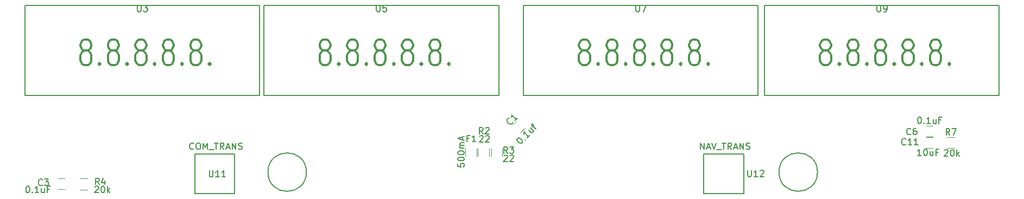
<source format=gbr>
G04 #@! TF.FileFunction,Legend,Top*
%FSLAX46Y46*%
G04 Gerber Fmt 4.6, Leading zero omitted, Abs format (unit mm)*
G04 Created by KiCad (PCBNEW 4.0.4+e1-6308~48~ubuntu14.04.1-stable) date Mon Nov 27 13:47:36 2017*
%MOMM*%
%LPD*%
G01*
G04 APERTURE LIST*
%ADD10C,0.100000*%
%ADD11C,0.120000*%
%ADD12C,0.150000*%
%ADD13C,0.300000*%
G04 APERTURE END LIST*
D10*
D11*
X176752513Y-118695406D02*
X176045406Y-119402513D01*
X177247487Y-120604594D02*
X177954594Y-119897487D01*
X105200000Y-129500000D02*
X106200000Y-129500000D01*
X106200000Y-127800000D02*
X105200000Y-127800000D01*
X240600000Y-121250000D02*
X241600000Y-121250000D01*
X241600000Y-119550000D02*
X240600000Y-119550000D01*
X170670000Y-124350000D02*
X170670000Y-123150000D01*
X172430000Y-123150000D02*
X172430000Y-124350000D01*
X172720000Y-124350000D02*
X172720000Y-123150000D01*
X174480000Y-123150000D02*
X174480000Y-124350000D01*
X109750000Y-129530000D02*
X108550000Y-129530000D01*
X108550000Y-127770000D02*
X109750000Y-127770000D01*
X245000000Y-123080000D02*
X243800000Y-123080000D01*
X243800000Y-121320000D02*
X245000000Y-121320000D01*
X240600000Y-123050000D02*
X241600000Y-123050000D01*
X241600000Y-121350000D02*
X240600000Y-121350000D01*
X170430000Y-123150000D02*
X170430000Y-124350000D01*
X168670000Y-124350000D02*
X168670000Y-123150000D01*
D12*
X143900000Y-126800000D02*
G75*
G03X143900000Y-126800000I-3000000J0D01*
G01*
X223600000Y-126800000D02*
G75*
G03X223600000Y-126800000I-3000000J0D01*
G01*
X205875000Y-123985000D02*
X212075000Y-123985000D01*
X212075000Y-123985000D02*
X212075000Y-130185000D01*
X212075000Y-130185000D02*
X205875000Y-130185000D01*
X205875000Y-130185000D02*
X205875000Y-123985000D01*
X126500000Y-123985000D02*
X132700000Y-123985000D01*
X132700000Y-123985000D02*
X132700000Y-130185000D01*
X132700000Y-130185000D02*
X126500000Y-130185000D01*
X126500000Y-130185000D02*
X126500000Y-123985000D01*
X100000000Y-100800000D02*
X100000000Y-114800000D01*
X100000000Y-114800000D02*
X136600000Y-114800000D01*
X136600000Y-114800000D02*
X136600000Y-100800000D01*
X136600000Y-100800000D02*
X100000000Y-100800000D01*
X137300000Y-100800000D02*
X137300000Y-114800000D01*
X137300000Y-114800000D02*
X173900000Y-114800000D01*
X173900000Y-114800000D02*
X173900000Y-100800000D01*
X173900000Y-100800000D02*
X137300000Y-100800000D01*
X177750000Y-100800000D02*
X177750000Y-114800000D01*
X177750000Y-114800000D02*
X214350000Y-114800000D01*
X214350000Y-114800000D02*
X214350000Y-100800000D01*
X214350000Y-100800000D02*
X177750000Y-100800000D01*
X215350000Y-100800000D02*
X215350000Y-114800000D01*
X215350000Y-114800000D02*
X251950000Y-114800000D01*
X251950000Y-114800000D02*
X251950000Y-100800000D01*
X251950000Y-100800000D02*
X215350000Y-100800000D01*
X176074028Y-118959729D02*
X176074028Y-119027072D01*
X176006684Y-119161759D01*
X175939341Y-119229103D01*
X175804653Y-119296447D01*
X175669966Y-119296447D01*
X175568951Y-119262775D01*
X175400593Y-119161760D01*
X175299577Y-119060744D01*
X175198562Y-118892385D01*
X175164890Y-118791370D01*
X175164890Y-118656683D01*
X175232234Y-118521996D01*
X175299577Y-118454652D01*
X175434264Y-118387309D01*
X175501608Y-118387309D01*
X176814806Y-118353637D02*
X176410745Y-118757699D01*
X176612775Y-118555668D02*
X175905668Y-117848562D01*
X175939340Y-118016920D01*
X175939340Y-118151607D01*
X175905668Y-118252622D01*
X176789552Y-121560872D02*
X176856896Y-121493528D01*
X176957911Y-121459856D01*
X177025254Y-121459856D01*
X177126270Y-121493528D01*
X177294628Y-121594543D01*
X177462987Y-121762902D01*
X177564003Y-121931261D01*
X177597674Y-122032276D01*
X177597674Y-122099620D01*
X177564003Y-122200635D01*
X177496659Y-122267979D01*
X177395643Y-122301651D01*
X177328300Y-122301651D01*
X177227285Y-122267979D01*
X177058926Y-122166964D01*
X176890567Y-121998604D01*
X176789552Y-121830246D01*
X176755880Y-121729231D01*
X176755880Y-121661887D01*
X176789552Y-121560872D01*
X177968063Y-121661887D02*
X178035407Y-121661887D01*
X178035407Y-121729231D01*
X177968063Y-121729231D01*
X177968063Y-121661887D01*
X178035407Y-121729231D01*
X178742513Y-121022124D02*
X178338452Y-121426185D01*
X178540482Y-121224155D02*
X177833376Y-120517048D01*
X177867047Y-120685407D01*
X177867047Y-120820094D01*
X177833376Y-120921109D01*
X178877200Y-119944627D02*
X179348605Y-120416032D01*
X178574154Y-120247674D02*
X178944544Y-120618063D01*
X179045559Y-120651735D01*
X179146574Y-120618063D01*
X179247590Y-120517047D01*
X179281262Y-120416032D01*
X179281262Y-120348689D01*
X179112902Y-119708925D02*
X179382276Y-119439552D01*
X179685322Y-120079315D02*
X179079231Y-119473223D01*
X179045559Y-119372208D01*
X179079231Y-119271193D01*
X179146574Y-119203850D01*
X102733334Y-128807143D02*
X102685715Y-128854762D01*
X102542858Y-128902381D01*
X102447620Y-128902381D01*
X102304762Y-128854762D01*
X102209524Y-128759524D01*
X102161905Y-128664286D01*
X102114286Y-128473810D01*
X102114286Y-128330952D01*
X102161905Y-128140476D01*
X102209524Y-128045238D01*
X102304762Y-127950000D01*
X102447620Y-127902381D01*
X102542858Y-127902381D01*
X102685715Y-127950000D01*
X102733334Y-127997619D01*
X103066667Y-127902381D02*
X103685715Y-127902381D01*
X103352381Y-128283333D01*
X103495239Y-128283333D01*
X103590477Y-128330952D01*
X103638096Y-128378571D01*
X103685715Y-128473810D01*
X103685715Y-128711905D01*
X103638096Y-128807143D01*
X103590477Y-128854762D01*
X103495239Y-128902381D01*
X103209524Y-128902381D01*
X103114286Y-128854762D01*
X103066667Y-128807143D01*
X100407143Y-129002381D02*
X100502382Y-129002381D01*
X100597620Y-129050000D01*
X100645239Y-129097619D01*
X100692858Y-129192857D01*
X100740477Y-129383333D01*
X100740477Y-129621429D01*
X100692858Y-129811905D01*
X100645239Y-129907143D01*
X100597620Y-129954762D01*
X100502382Y-130002381D01*
X100407143Y-130002381D01*
X100311905Y-129954762D01*
X100264286Y-129907143D01*
X100216667Y-129811905D01*
X100169048Y-129621429D01*
X100169048Y-129383333D01*
X100216667Y-129192857D01*
X100264286Y-129097619D01*
X100311905Y-129050000D01*
X100407143Y-129002381D01*
X101169048Y-129907143D02*
X101216667Y-129954762D01*
X101169048Y-130002381D01*
X101121429Y-129954762D01*
X101169048Y-129907143D01*
X101169048Y-130002381D01*
X102169048Y-130002381D02*
X101597619Y-130002381D01*
X101883333Y-130002381D02*
X101883333Y-129002381D01*
X101788095Y-129145238D01*
X101692857Y-129240476D01*
X101597619Y-129288095D01*
X103026191Y-129335714D02*
X103026191Y-130002381D01*
X102597619Y-129335714D02*
X102597619Y-129859524D01*
X102645238Y-129954762D01*
X102740476Y-130002381D01*
X102883334Y-130002381D01*
X102978572Y-129954762D01*
X103026191Y-129907143D01*
X103835715Y-129478571D02*
X103502381Y-129478571D01*
X103502381Y-130002381D02*
X103502381Y-129002381D01*
X103978572Y-129002381D01*
X238133334Y-120857143D02*
X238085715Y-120904762D01*
X237942858Y-120952381D01*
X237847620Y-120952381D01*
X237704762Y-120904762D01*
X237609524Y-120809524D01*
X237561905Y-120714286D01*
X237514286Y-120523810D01*
X237514286Y-120380952D01*
X237561905Y-120190476D01*
X237609524Y-120095238D01*
X237704762Y-120000000D01*
X237847620Y-119952381D01*
X237942858Y-119952381D01*
X238085715Y-120000000D01*
X238133334Y-120047619D01*
X238990477Y-119952381D02*
X238800000Y-119952381D01*
X238704762Y-120000000D01*
X238657143Y-120047619D01*
X238561905Y-120190476D01*
X238514286Y-120380952D01*
X238514286Y-120761905D01*
X238561905Y-120857143D01*
X238609524Y-120904762D01*
X238704762Y-120952381D01*
X238895239Y-120952381D01*
X238990477Y-120904762D01*
X239038096Y-120857143D01*
X239085715Y-120761905D01*
X239085715Y-120523810D01*
X239038096Y-120428571D01*
X238990477Y-120380952D01*
X238895239Y-120333333D01*
X238704762Y-120333333D01*
X238609524Y-120380952D01*
X238561905Y-120428571D01*
X238514286Y-120523810D01*
X239457143Y-118202381D02*
X239552382Y-118202381D01*
X239647620Y-118250000D01*
X239695239Y-118297619D01*
X239742858Y-118392857D01*
X239790477Y-118583333D01*
X239790477Y-118821429D01*
X239742858Y-119011905D01*
X239695239Y-119107143D01*
X239647620Y-119154762D01*
X239552382Y-119202381D01*
X239457143Y-119202381D01*
X239361905Y-119154762D01*
X239314286Y-119107143D01*
X239266667Y-119011905D01*
X239219048Y-118821429D01*
X239219048Y-118583333D01*
X239266667Y-118392857D01*
X239314286Y-118297619D01*
X239361905Y-118250000D01*
X239457143Y-118202381D01*
X240219048Y-119107143D02*
X240266667Y-119154762D01*
X240219048Y-119202381D01*
X240171429Y-119154762D01*
X240219048Y-119107143D01*
X240219048Y-119202381D01*
X241219048Y-119202381D02*
X240647619Y-119202381D01*
X240933333Y-119202381D02*
X240933333Y-118202381D01*
X240838095Y-118345238D01*
X240742857Y-118440476D01*
X240647619Y-118488095D01*
X242076191Y-118535714D02*
X242076191Y-119202381D01*
X241647619Y-118535714D02*
X241647619Y-119059524D01*
X241695238Y-119154762D01*
X241790476Y-119202381D01*
X241933334Y-119202381D01*
X242028572Y-119154762D01*
X242076191Y-119107143D01*
X242885715Y-118678571D02*
X242552381Y-118678571D01*
X242552381Y-119202381D02*
X242552381Y-118202381D01*
X243028572Y-118202381D01*
X171433334Y-120852381D02*
X171100000Y-120376190D01*
X170861905Y-120852381D02*
X170861905Y-119852381D01*
X171242858Y-119852381D01*
X171338096Y-119900000D01*
X171385715Y-119947619D01*
X171433334Y-120042857D01*
X171433334Y-120185714D01*
X171385715Y-120280952D01*
X171338096Y-120328571D01*
X171242858Y-120376190D01*
X170861905Y-120376190D01*
X171814286Y-119947619D02*
X171861905Y-119900000D01*
X171957143Y-119852381D01*
X172195239Y-119852381D01*
X172290477Y-119900000D01*
X172338096Y-119947619D01*
X172385715Y-120042857D01*
X172385715Y-120138095D01*
X172338096Y-120280952D01*
X171766667Y-120852381D01*
X172385715Y-120852381D01*
X170888095Y-121197619D02*
X170935714Y-121150000D01*
X171030952Y-121102381D01*
X171269048Y-121102381D01*
X171364286Y-121150000D01*
X171411905Y-121197619D01*
X171459524Y-121292857D01*
X171459524Y-121388095D01*
X171411905Y-121530952D01*
X170840476Y-122102381D01*
X171459524Y-122102381D01*
X171840476Y-121197619D02*
X171888095Y-121150000D01*
X171983333Y-121102381D01*
X172221429Y-121102381D01*
X172316667Y-121150000D01*
X172364286Y-121197619D01*
X172411905Y-121292857D01*
X172411905Y-121388095D01*
X172364286Y-121530952D01*
X171792857Y-122102381D01*
X172411905Y-122102381D01*
X175283334Y-123852381D02*
X174950000Y-123376190D01*
X174711905Y-123852381D02*
X174711905Y-122852381D01*
X175092858Y-122852381D01*
X175188096Y-122900000D01*
X175235715Y-122947619D01*
X175283334Y-123042857D01*
X175283334Y-123185714D01*
X175235715Y-123280952D01*
X175188096Y-123328571D01*
X175092858Y-123376190D01*
X174711905Y-123376190D01*
X175616667Y-122852381D02*
X176235715Y-122852381D01*
X175902381Y-123233333D01*
X176045239Y-123233333D01*
X176140477Y-123280952D01*
X176188096Y-123328571D01*
X176235715Y-123423810D01*
X176235715Y-123661905D01*
X176188096Y-123757143D01*
X176140477Y-123804762D01*
X176045239Y-123852381D01*
X175759524Y-123852381D01*
X175664286Y-123804762D01*
X175616667Y-123757143D01*
X174688095Y-124247619D02*
X174735714Y-124200000D01*
X174830952Y-124152381D01*
X175069048Y-124152381D01*
X175164286Y-124200000D01*
X175211905Y-124247619D01*
X175259524Y-124342857D01*
X175259524Y-124438095D01*
X175211905Y-124580952D01*
X174640476Y-125152381D01*
X175259524Y-125152381D01*
X175640476Y-124247619D02*
X175688095Y-124200000D01*
X175783333Y-124152381D01*
X176021429Y-124152381D01*
X176116667Y-124200000D01*
X176164286Y-124247619D01*
X176211905Y-124342857D01*
X176211905Y-124438095D01*
X176164286Y-124580952D01*
X175592857Y-125152381D01*
X176211905Y-125152381D01*
X111583334Y-128752381D02*
X111250000Y-128276190D01*
X111011905Y-128752381D02*
X111011905Y-127752381D01*
X111392858Y-127752381D01*
X111488096Y-127800000D01*
X111535715Y-127847619D01*
X111583334Y-127942857D01*
X111583334Y-128085714D01*
X111535715Y-128180952D01*
X111488096Y-128228571D01*
X111392858Y-128276190D01*
X111011905Y-128276190D01*
X112440477Y-128085714D02*
X112440477Y-128752381D01*
X112202381Y-127704762D02*
X111964286Y-128419048D01*
X112583334Y-128419048D01*
X110933333Y-129097619D02*
X110980952Y-129050000D01*
X111076190Y-129002381D01*
X111314286Y-129002381D01*
X111409524Y-129050000D01*
X111457143Y-129097619D01*
X111504762Y-129192857D01*
X111504762Y-129288095D01*
X111457143Y-129430952D01*
X110885714Y-130002381D01*
X111504762Y-130002381D01*
X112123809Y-129002381D02*
X112219048Y-129002381D01*
X112314286Y-129050000D01*
X112361905Y-129097619D01*
X112409524Y-129192857D01*
X112457143Y-129383333D01*
X112457143Y-129621429D01*
X112409524Y-129811905D01*
X112361905Y-129907143D01*
X112314286Y-129954762D01*
X112219048Y-130002381D01*
X112123809Y-130002381D01*
X112028571Y-129954762D01*
X111980952Y-129907143D01*
X111933333Y-129811905D01*
X111885714Y-129621429D01*
X111885714Y-129383333D01*
X111933333Y-129192857D01*
X111980952Y-129097619D01*
X112028571Y-129050000D01*
X112123809Y-129002381D01*
X112885714Y-130002381D02*
X112885714Y-129002381D01*
X112980952Y-129621429D02*
X113266667Y-130002381D01*
X113266667Y-129335714D02*
X112885714Y-129716667D01*
X244233334Y-121002381D02*
X243900000Y-120526190D01*
X243661905Y-121002381D02*
X243661905Y-120002381D01*
X244042858Y-120002381D01*
X244138096Y-120050000D01*
X244185715Y-120097619D01*
X244233334Y-120192857D01*
X244233334Y-120335714D01*
X244185715Y-120430952D01*
X244138096Y-120478571D01*
X244042858Y-120526190D01*
X243661905Y-120526190D01*
X244566667Y-120002381D02*
X245233334Y-120002381D01*
X244804762Y-121002381D01*
X243383333Y-123397619D02*
X243430952Y-123350000D01*
X243526190Y-123302381D01*
X243764286Y-123302381D01*
X243859524Y-123350000D01*
X243907143Y-123397619D01*
X243954762Y-123492857D01*
X243954762Y-123588095D01*
X243907143Y-123730952D01*
X243335714Y-124302381D01*
X243954762Y-124302381D01*
X244573809Y-123302381D02*
X244669048Y-123302381D01*
X244764286Y-123350000D01*
X244811905Y-123397619D01*
X244859524Y-123492857D01*
X244907143Y-123683333D01*
X244907143Y-123921429D01*
X244859524Y-124111905D01*
X244811905Y-124207143D01*
X244764286Y-124254762D01*
X244669048Y-124302381D01*
X244573809Y-124302381D01*
X244478571Y-124254762D01*
X244430952Y-124207143D01*
X244383333Y-124111905D01*
X244335714Y-123921429D01*
X244335714Y-123683333D01*
X244383333Y-123492857D01*
X244430952Y-123397619D01*
X244478571Y-123350000D01*
X244573809Y-123302381D01*
X245335714Y-124302381D02*
X245335714Y-123302381D01*
X245430952Y-123921429D02*
X245716667Y-124302381D01*
X245716667Y-123635714D02*
X245335714Y-124016667D01*
X237357143Y-122457143D02*
X237309524Y-122504762D01*
X237166667Y-122552381D01*
X237071429Y-122552381D01*
X236928571Y-122504762D01*
X236833333Y-122409524D01*
X236785714Y-122314286D01*
X236738095Y-122123810D01*
X236738095Y-121980952D01*
X236785714Y-121790476D01*
X236833333Y-121695238D01*
X236928571Y-121600000D01*
X237071429Y-121552381D01*
X237166667Y-121552381D01*
X237309524Y-121600000D01*
X237357143Y-121647619D01*
X238309524Y-122552381D02*
X237738095Y-122552381D01*
X238023809Y-122552381D02*
X238023809Y-121552381D01*
X237928571Y-121695238D01*
X237833333Y-121790476D01*
X237738095Y-121838095D01*
X239261905Y-122552381D02*
X238690476Y-122552381D01*
X238976190Y-122552381D02*
X238976190Y-121552381D01*
X238880952Y-121695238D01*
X238785714Y-121790476D01*
X238690476Y-121838095D01*
X239778572Y-124202381D02*
X239207143Y-124202381D01*
X239492857Y-124202381D02*
X239492857Y-123202381D01*
X239397619Y-123345238D01*
X239302381Y-123440476D01*
X239207143Y-123488095D01*
X240397619Y-123202381D02*
X240492858Y-123202381D01*
X240588096Y-123250000D01*
X240635715Y-123297619D01*
X240683334Y-123392857D01*
X240730953Y-123583333D01*
X240730953Y-123821429D01*
X240683334Y-124011905D01*
X240635715Y-124107143D01*
X240588096Y-124154762D01*
X240492858Y-124202381D01*
X240397619Y-124202381D01*
X240302381Y-124154762D01*
X240254762Y-124107143D01*
X240207143Y-124011905D01*
X240159524Y-123821429D01*
X240159524Y-123583333D01*
X240207143Y-123392857D01*
X240254762Y-123297619D01*
X240302381Y-123250000D01*
X240397619Y-123202381D01*
X241588096Y-123535714D02*
X241588096Y-124202381D01*
X241159524Y-123535714D02*
X241159524Y-124059524D01*
X241207143Y-124154762D01*
X241302381Y-124202381D01*
X241445239Y-124202381D01*
X241540477Y-124154762D01*
X241588096Y-124107143D01*
X242397620Y-123678571D02*
X242064286Y-123678571D01*
X242064286Y-124202381D02*
X242064286Y-123202381D01*
X242540477Y-123202381D01*
X169266667Y-121528571D02*
X168933333Y-121528571D01*
X168933333Y-122052381D02*
X168933333Y-121052381D01*
X169409524Y-121052381D01*
X170314286Y-122052381D02*
X169742857Y-122052381D01*
X170028571Y-122052381D02*
X170028571Y-121052381D01*
X169933333Y-121195238D01*
X169838095Y-121290476D01*
X169742857Y-121338095D01*
X167502381Y-125459523D02*
X167502381Y-125935714D01*
X167978571Y-125983333D01*
X167930952Y-125935714D01*
X167883333Y-125840476D01*
X167883333Y-125602380D01*
X167930952Y-125507142D01*
X167978571Y-125459523D01*
X168073810Y-125411904D01*
X168311905Y-125411904D01*
X168407143Y-125459523D01*
X168454762Y-125507142D01*
X168502381Y-125602380D01*
X168502381Y-125840476D01*
X168454762Y-125935714D01*
X168407143Y-125983333D01*
X167502381Y-124792857D02*
X167502381Y-124697618D01*
X167550000Y-124602380D01*
X167597619Y-124554761D01*
X167692857Y-124507142D01*
X167883333Y-124459523D01*
X168121429Y-124459523D01*
X168311905Y-124507142D01*
X168407143Y-124554761D01*
X168454762Y-124602380D01*
X168502381Y-124697618D01*
X168502381Y-124792857D01*
X168454762Y-124888095D01*
X168407143Y-124935714D01*
X168311905Y-124983333D01*
X168121429Y-125030952D01*
X167883333Y-125030952D01*
X167692857Y-124983333D01*
X167597619Y-124935714D01*
X167550000Y-124888095D01*
X167502381Y-124792857D01*
X167502381Y-123840476D02*
X167502381Y-123745237D01*
X167550000Y-123649999D01*
X167597619Y-123602380D01*
X167692857Y-123554761D01*
X167883333Y-123507142D01*
X168121429Y-123507142D01*
X168311905Y-123554761D01*
X168407143Y-123602380D01*
X168454762Y-123649999D01*
X168502381Y-123745237D01*
X168502381Y-123840476D01*
X168454762Y-123935714D01*
X168407143Y-123983333D01*
X168311905Y-124030952D01*
X168121429Y-124078571D01*
X167883333Y-124078571D01*
X167692857Y-124030952D01*
X167597619Y-123983333D01*
X167550000Y-123935714D01*
X167502381Y-123840476D01*
X168502381Y-123078571D02*
X167835714Y-123078571D01*
X167930952Y-123078571D02*
X167883333Y-123030952D01*
X167835714Y-122935714D01*
X167835714Y-122792856D01*
X167883333Y-122697618D01*
X167978571Y-122649999D01*
X168502381Y-122649999D01*
X167978571Y-122649999D02*
X167883333Y-122602380D01*
X167835714Y-122507142D01*
X167835714Y-122364285D01*
X167883333Y-122269047D01*
X167978571Y-122221428D01*
X168502381Y-122221428D01*
X168216667Y-121792857D02*
X168216667Y-121316666D01*
X168502381Y-121888095D02*
X167502381Y-121554762D01*
X168502381Y-121221428D01*
X212711905Y-126502381D02*
X212711905Y-127311905D01*
X212759524Y-127407143D01*
X212807143Y-127454762D01*
X212902381Y-127502381D01*
X213092858Y-127502381D01*
X213188096Y-127454762D01*
X213235715Y-127407143D01*
X213283334Y-127311905D01*
X213283334Y-126502381D01*
X214283334Y-127502381D02*
X213711905Y-127502381D01*
X213997619Y-127502381D02*
X213997619Y-126502381D01*
X213902381Y-126645238D01*
X213807143Y-126740476D01*
X213711905Y-126788095D01*
X214664286Y-126597619D02*
X214711905Y-126550000D01*
X214807143Y-126502381D01*
X215045239Y-126502381D01*
X215140477Y-126550000D01*
X215188096Y-126597619D01*
X215235715Y-126692857D01*
X215235715Y-126788095D01*
X215188096Y-126930952D01*
X214616667Y-127502381D01*
X215235715Y-127502381D01*
X205341666Y-123237381D02*
X205341666Y-122237381D01*
X205913095Y-123237381D01*
X205913095Y-122237381D01*
X206341666Y-122951667D02*
X206817857Y-122951667D01*
X206246428Y-123237381D02*
X206579761Y-122237381D01*
X206913095Y-123237381D01*
X207103571Y-122237381D02*
X207436904Y-123237381D01*
X207770238Y-122237381D01*
X207865476Y-123332619D02*
X208627381Y-123332619D01*
X208722619Y-122237381D02*
X209294048Y-122237381D01*
X209008333Y-123237381D02*
X209008333Y-122237381D01*
X210198810Y-123237381D02*
X209865476Y-122761190D01*
X209627381Y-123237381D02*
X209627381Y-122237381D01*
X210008334Y-122237381D01*
X210103572Y-122285000D01*
X210151191Y-122332619D01*
X210198810Y-122427857D01*
X210198810Y-122570714D01*
X210151191Y-122665952D01*
X210103572Y-122713571D01*
X210008334Y-122761190D01*
X209627381Y-122761190D01*
X210579762Y-122951667D02*
X211055953Y-122951667D01*
X210484524Y-123237381D02*
X210817857Y-122237381D01*
X211151191Y-123237381D01*
X211484524Y-123237381D02*
X211484524Y-122237381D01*
X212055953Y-123237381D01*
X212055953Y-122237381D01*
X212484524Y-123189762D02*
X212627381Y-123237381D01*
X212865477Y-123237381D01*
X212960715Y-123189762D01*
X213008334Y-123142143D01*
X213055953Y-123046905D01*
X213055953Y-122951667D01*
X213008334Y-122856429D01*
X212960715Y-122808810D01*
X212865477Y-122761190D01*
X212675000Y-122713571D01*
X212579762Y-122665952D01*
X212532143Y-122618333D01*
X212484524Y-122523095D01*
X212484524Y-122427857D01*
X212532143Y-122332619D01*
X212579762Y-122285000D01*
X212675000Y-122237381D01*
X212913096Y-122237381D01*
X213055953Y-122285000D01*
X128761905Y-126537381D02*
X128761905Y-127346905D01*
X128809524Y-127442143D01*
X128857143Y-127489762D01*
X128952381Y-127537381D01*
X129142858Y-127537381D01*
X129238096Y-127489762D01*
X129285715Y-127442143D01*
X129333334Y-127346905D01*
X129333334Y-126537381D01*
X130333334Y-127537381D02*
X129761905Y-127537381D01*
X130047619Y-127537381D02*
X130047619Y-126537381D01*
X129952381Y-126680238D01*
X129857143Y-126775476D01*
X129761905Y-126823095D01*
X131285715Y-127537381D02*
X130714286Y-127537381D01*
X131000000Y-127537381D02*
X131000000Y-126537381D01*
X130904762Y-126680238D01*
X130809524Y-126775476D01*
X130714286Y-126823095D01*
X126323810Y-123142143D02*
X126276191Y-123189762D01*
X126133334Y-123237381D01*
X126038096Y-123237381D01*
X125895238Y-123189762D01*
X125800000Y-123094524D01*
X125752381Y-122999286D01*
X125704762Y-122808810D01*
X125704762Y-122665952D01*
X125752381Y-122475476D01*
X125800000Y-122380238D01*
X125895238Y-122285000D01*
X126038096Y-122237381D01*
X126133334Y-122237381D01*
X126276191Y-122285000D01*
X126323810Y-122332619D01*
X126942857Y-122237381D02*
X127133334Y-122237381D01*
X127228572Y-122285000D01*
X127323810Y-122380238D01*
X127371429Y-122570714D01*
X127371429Y-122904048D01*
X127323810Y-123094524D01*
X127228572Y-123189762D01*
X127133334Y-123237381D01*
X126942857Y-123237381D01*
X126847619Y-123189762D01*
X126752381Y-123094524D01*
X126704762Y-122904048D01*
X126704762Y-122570714D01*
X126752381Y-122380238D01*
X126847619Y-122285000D01*
X126942857Y-122237381D01*
X127800000Y-123237381D02*
X127800000Y-122237381D01*
X128133334Y-122951667D01*
X128466667Y-122237381D01*
X128466667Y-123237381D01*
X128704762Y-123332619D02*
X129466667Y-123332619D01*
X129561905Y-122237381D02*
X130133334Y-122237381D01*
X129847619Y-123237381D02*
X129847619Y-122237381D01*
X131038096Y-123237381D02*
X130704762Y-122761190D01*
X130466667Y-123237381D02*
X130466667Y-122237381D01*
X130847620Y-122237381D01*
X130942858Y-122285000D01*
X130990477Y-122332619D01*
X131038096Y-122427857D01*
X131038096Y-122570714D01*
X130990477Y-122665952D01*
X130942858Y-122713571D01*
X130847620Y-122761190D01*
X130466667Y-122761190D01*
X131419048Y-122951667D02*
X131895239Y-122951667D01*
X131323810Y-123237381D02*
X131657143Y-122237381D01*
X131990477Y-123237381D01*
X132323810Y-123237381D02*
X132323810Y-122237381D01*
X132895239Y-123237381D01*
X132895239Y-122237381D01*
X133323810Y-123189762D02*
X133466667Y-123237381D01*
X133704763Y-123237381D01*
X133800001Y-123189762D01*
X133847620Y-123142143D01*
X133895239Y-123046905D01*
X133895239Y-122951667D01*
X133847620Y-122856429D01*
X133800001Y-122808810D01*
X133704763Y-122761190D01*
X133514286Y-122713571D01*
X133419048Y-122665952D01*
X133371429Y-122618333D01*
X133323810Y-122523095D01*
X133323810Y-122427857D01*
X133371429Y-122332619D01*
X133419048Y-122285000D01*
X133514286Y-122237381D01*
X133752382Y-122237381D01*
X133895239Y-122285000D01*
X117538095Y-100752381D02*
X117538095Y-101561905D01*
X117585714Y-101657143D01*
X117633333Y-101704762D01*
X117728571Y-101752381D01*
X117919048Y-101752381D01*
X118014286Y-101704762D01*
X118061905Y-101657143D01*
X118109524Y-101561905D01*
X118109524Y-100752381D01*
X118490476Y-100752381D02*
X119109524Y-100752381D01*
X118776190Y-101133333D01*
X118919048Y-101133333D01*
X119014286Y-101180952D01*
X119061905Y-101228571D01*
X119109524Y-101323810D01*
X119109524Y-101561905D01*
X119061905Y-101657143D01*
X119014286Y-101704762D01*
X118919048Y-101752381D01*
X118633333Y-101752381D01*
X118538095Y-101704762D01*
X118490476Y-101657143D01*
D13*
X109228572Y-107823810D02*
X108942858Y-107633333D01*
X108800001Y-107442857D01*
X108657144Y-107061905D01*
X108657144Y-106871429D01*
X108800001Y-106490476D01*
X108942858Y-106300000D01*
X109228572Y-106109524D01*
X109800001Y-106109524D01*
X110085715Y-106300000D01*
X110228572Y-106490476D01*
X110371429Y-106871429D01*
X110371429Y-107061905D01*
X110228572Y-107442857D01*
X110085715Y-107633333D01*
X109800001Y-107823810D01*
X109228572Y-107823810D01*
X108942858Y-108014286D01*
X108800001Y-108204762D01*
X108657144Y-108585714D01*
X108657144Y-109347619D01*
X108800001Y-109728571D01*
X108942858Y-109919048D01*
X109228572Y-110109524D01*
X109800001Y-110109524D01*
X110085715Y-109919048D01*
X110228572Y-109728571D01*
X110371429Y-109347619D01*
X110371429Y-108585714D01*
X110228572Y-108204762D01*
X110085715Y-108014286D01*
X109800001Y-107823810D01*
X111657144Y-109728571D02*
X111800001Y-109919048D01*
X111657144Y-110109524D01*
X111514287Y-109919048D01*
X111657144Y-109728571D01*
X111657144Y-110109524D01*
X113514286Y-107823810D02*
X113228572Y-107633333D01*
X113085715Y-107442857D01*
X112942858Y-107061905D01*
X112942858Y-106871429D01*
X113085715Y-106490476D01*
X113228572Y-106300000D01*
X113514286Y-106109524D01*
X114085715Y-106109524D01*
X114371429Y-106300000D01*
X114514286Y-106490476D01*
X114657143Y-106871429D01*
X114657143Y-107061905D01*
X114514286Y-107442857D01*
X114371429Y-107633333D01*
X114085715Y-107823810D01*
X113514286Y-107823810D01*
X113228572Y-108014286D01*
X113085715Y-108204762D01*
X112942858Y-108585714D01*
X112942858Y-109347619D01*
X113085715Y-109728571D01*
X113228572Y-109919048D01*
X113514286Y-110109524D01*
X114085715Y-110109524D01*
X114371429Y-109919048D01*
X114514286Y-109728571D01*
X114657143Y-109347619D01*
X114657143Y-108585714D01*
X114514286Y-108204762D01*
X114371429Y-108014286D01*
X114085715Y-107823810D01*
X115942858Y-109728571D02*
X116085715Y-109919048D01*
X115942858Y-110109524D01*
X115800001Y-109919048D01*
X115942858Y-109728571D01*
X115942858Y-110109524D01*
X117800000Y-107823810D02*
X117514286Y-107633333D01*
X117371429Y-107442857D01*
X117228572Y-107061905D01*
X117228572Y-106871429D01*
X117371429Y-106490476D01*
X117514286Y-106300000D01*
X117800000Y-106109524D01*
X118371429Y-106109524D01*
X118657143Y-106300000D01*
X118800000Y-106490476D01*
X118942857Y-106871429D01*
X118942857Y-107061905D01*
X118800000Y-107442857D01*
X118657143Y-107633333D01*
X118371429Y-107823810D01*
X117800000Y-107823810D01*
X117514286Y-108014286D01*
X117371429Y-108204762D01*
X117228572Y-108585714D01*
X117228572Y-109347619D01*
X117371429Y-109728571D01*
X117514286Y-109919048D01*
X117800000Y-110109524D01*
X118371429Y-110109524D01*
X118657143Y-109919048D01*
X118800000Y-109728571D01*
X118942857Y-109347619D01*
X118942857Y-108585714D01*
X118800000Y-108204762D01*
X118657143Y-108014286D01*
X118371429Y-107823810D01*
X120228572Y-109728571D02*
X120371429Y-109919048D01*
X120228572Y-110109524D01*
X120085715Y-109919048D01*
X120228572Y-109728571D01*
X120228572Y-110109524D01*
X122085714Y-107823810D02*
X121800000Y-107633333D01*
X121657143Y-107442857D01*
X121514286Y-107061905D01*
X121514286Y-106871429D01*
X121657143Y-106490476D01*
X121800000Y-106300000D01*
X122085714Y-106109524D01*
X122657143Y-106109524D01*
X122942857Y-106300000D01*
X123085714Y-106490476D01*
X123228571Y-106871429D01*
X123228571Y-107061905D01*
X123085714Y-107442857D01*
X122942857Y-107633333D01*
X122657143Y-107823810D01*
X122085714Y-107823810D01*
X121800000Y-108014286D01*
X121657143Y-108204762D01*
X121514286Y-108585714D01*
X121514286Y-109347619D01*
X121657143Y-109728571D01*
X121800000Y-109919048D01*
X122085714Y-110109524D01*
X122657143Y-110109524D01*
X122942857Y-109919048D01*
X123085714Y-109728571D01*
X123228571Y-109347619D01*
X123228571Y-108585714D01*
X123085714Y-108204762D01*
X122942857Y-108014286D01*
X122657143Y-107823810D01*
X124514286Y-109728571D02*
X124657143Y-109919048D01*
X124514286Y-110109524D01*
X124371429Y-109919048D01*
X124514286Y-109728571D01*
X124514286Y-110109524D01*
X126371428Y-107823810D02*
X126085714Y-107633333D01*
X125942857Y-107442857D01*
X125800000Y-107061905D01*
X125800000Y-106871429D01*
X125942857Y-106490476D01*
X126085714Y-106300000D01*
X126371428Y-106109524D01*
X126942857Y-106109524D01*
X127228571Y-106300000D01*
X127371428Y-106490476D01*
X127514285Y-106871429D01*
X127514285Y-107061905D01*
X127371428Y-107442857D01*
X127228571Y-107633333D01*
X126942857Y-107823810D01*
X126371428Y-107823810D01*
X126085714Y-108014286D01*
X125942857Y-108204762D01*
X125800000Y-108585714D01*
X125800000Y-109347619D01*
X125942857Y-109728571D01*
X126085714Y-109919048D01*
X126371428Y-110109524D01*
X126942857Y-110109524D01*
X127228571Y-109919048D01*
X127371428Y-109728571D01*
X127514285Y-109347619D01*
X127514285Y-108585714D01*
X127371428Y-108204762D01*
X127228571Y-108014286D01*
X126942857Y-107823810D01*
X128800000Y-109728571D02*
X128942857Y-109919048D01*
X128800000Y-110109524D01*
X128657143Y-109919048D01*
X128800000Y-109728571D01*
X128800000Y-110109524D01*
D12*
X154838095Y-100752381D02*
X154838095Y-101561905D01*
X154885714Y-101657143D01*
X154933333Y-101704762D01*
X155028571Y-101752381D01*
X155219048Y-101752381D01*
X155314286Y-101704762D01*
X155361905Y-101657143D01*
X155409524Y-101561905D01*
X155409524Y-100752381D01*
X156361905Y-100752381D02*
X155885714Y-100752381D01*
X155838095Y-101228571D01*
X155885714Y-101180952D01*
X155980952Y-101133333D01*
X156219048Y-101133333D01*
X156314286Y-101180952D01*
X156361905Y-101228571D01*
X156409524Y-101323810D01*
X156409524Y-101561905D01*
X156361905Y-101657143D01*
X156314286Y-101704762D01*
X156219048Y-101752381D01*
X155980952Y-101752381D01*
X155885714Y-101704762D01*
X155838095Y-101657143D01*
D13*
X146528572Y-107823810D02*
X146242858Y-107633333D01*
X146100001Y-107442857D01*
X145957144Y-107061905D01*
X145957144Y-106871429D01*
X146100001Y-106490476D01*
X146242858Y-106300000D01*
X146528572Y-106109524D01*
X147100001Y-106109524D01*
X147385715Y-106300000D01*
X147528572Y-106490476D01*
X147671429Y-106871429D01*
X147671429Y-107061905D01*
X147528572Y-107442857D01*
X147385715Y-107633333D01*
X147100001Y-107823810D01*
X146528572Y-107823810D01*
X146242858Y-108014286D01*
X146100001Y-108204762D01*
X145957144Y-108585714D01*
X145957144Y-109347619D01*
X146100001Y-109728571D01*
X146242858Y-109919048D01*
X146528572Y-110109524D01*
X147100001Y-110109524D01*
X147385715Y-109919048D01*
X147528572Y-109728571D01*
X147671429Y-109347619D01*
X147671429Y-108585714D01*
X147528572Y-108204762D01*
X147385715Y-108014286D01*
X147100001Y-107823810D01*
X148957144Y-109728571D02*
X149100001Y-109919048D01*
X148957144Y-110109524D01*
X148814287Y-109919048D01*
X148957144Y-109728571D01*
X148957144Y-110109524D01*
X150814286Y-107823810D02*
X150528572Y-107633333D01*
X150385715Y-107442857D01*
X150242858Y-107061905D01*
X150242858Y-106871429D01*
X150385715Y-106490476D01*
X150528572Y-106300000D01*
X150814286Y-106109524D01*
X151385715Y-106109524D01*
X151671429Y-106300000D01*
X151814286Y-106490476D01*
X151957143Y-106871429D01*
X151957143Y-107061905D01*
X151814286Y-107442857D01*
X151671429Y-107633333D01*
X151385715Y-107823810D01*
X150814286Y-107823810D01*
X150528572Y-108014286D01*
X150385715Y-108204762D01*
X150242858Y-108585714D01*
X150242858Y-109347619D01*
X150385715Y-109728571D01*
X150528572Y-109919048D01*
X150814286Y-110109524D01*
X151385715Y-110109524D01*
X151671429Y-109919048D01*
X151814286Y-109728571D01*
X151957143Y-109347619D01*
X151957143Y-108585714D01*
X151814286Y-108204762D01*
X151671429Y-108014286D01*
X151385715Y-107823810D01*
X153242858Y-109728571D02*
X153385715Y-109919048D01*
X153242858Y-110109524D01*
X153100001Y-109919048D01*
X153242858Y-109728571D01*
X153242858Y-110109524D01*
X155100000Y-107823810D02*
X154814286Y-107633333D01*
X154671429Y-107442857D01*
X154528572Y-107061905D01*
X154528572Y-106871429D01*
X154671429Y-106490476D01*
X154814286Y-106300000D01*
X155100000Y-106109524D01*
X155671429Y-106109524D01*
X155957143Y-106300000D01*
X156100000Y-106490476D01*
X156242857Y-106871429D01*
X156242857Y-107061905D01*
X156100000Y-107442857D01*
X155957143Y-107633333D01*
X155671429Y-107823810D01*
X155100000Y-107823810D01*
X154814286Y-108014286D01*
X154671429Y-108204762D01*
X154528572Y-108585714D01*
X154528572Y-109347619D01*
X154671429Y-109728571D01*
X154814286Y-109919048D01*
X155100000Y-110109524D01*
X155671429Y-110109524D01*
X155957143Y-109919048D01*
X156100000Y-109728571D01*
X156242857Y-109347619D01*
X156242857Y-108585714D01*
X156100000Y-108204762D01*
X155957143Y-108014286D01*
X155671429Y-107823810D01*
X157528572Y-109728571D02*
X157671429Y-109919048D01*
X157528572Y-110109524D01*
X157385715Y-109919048D01*
X157528572Y-109728571D01*
X157528572Y-110109524D01*
X159385714Y-107823810D02*
X159100000Y-107633333D01*
X158957143Y-107442857D01*
X158814286Y-107061905D01*
X158814286Y-106871429D01*
X158957143Y-106490476D01*
X159100000Y-106300000D01*
X159385714Y-106109524D01*
X159957143Y-106109524D01*
X160242857Y-106300000D01*
X160385714Y-106490476D01*
X160528571Y-106871429D01*
X160528571Y-107061905D01*
X160385714Y-107442857D01*
X160242857Y-107633333D01*
X159957143Y-107823810D01*
X159385714Y-107823810D01*
X159100000Y-108014286D01*
X158957143Y-108204762D01*
X158814286Y-108585714D01*
X158814286Y-109347619D01*
X158957143Y-109728571D01*
X159100000Y-109919048D01*
X159385714Y-110109524D01*
X159957143Y-110109524D01*
X160242857Y-109919048D01*
X160385714Y-109728571D01*
X160528571Y-109347619D01*
X160528571Y-108585714D01*
X160385714Y-108204762D01*
X160242857Y-108014286D01*
X159957143Y-107823810D01*
X161814286Y-109728571D02*
X161957143Y-109919048D01*
X161814286Y-110109524D01*
X161671429Y-109919048D01*
X161814286Y-109728571D01*
X161814286Y-110109524D01*
X163671428Y-107823810D02*
X163385714Y-107633333D01*
X163242857Y-107442857D01*
X163100000Y-107061905D01*
X163100000Y-106871429D01*
X163242857Y-106490476D01*
X163385714Y-106300000D01*
X163671428Y-106109524D01*
X164242857Y-106109524D01*
X164528571Y-106300000D01*
X164671428Y-106490476D01*
X164814285Y-106871429D01*
X164814285Y-107061905D01*
X164671428Y-107442857D01*
X164528571Y-107633333D01*
X164242857Y-107823810D01*
X163671428Y-107823810D01*
X163385714Y-108014286D01*
X163242857Y-108204762D01*
X163100000Y-108585714D01*
X163100000Y-109347619D01*
X163242857Y-109728571D01*
X163385714Y-109919048D01*
X163671428Y-110109524D01*
X164242857Y-110109524D01*
X164528571Y-109919048D01*
X164671428Y-109728571D01*
X164814285Y-109347619D01*
X164814285Y-108585714D01*
X164671428Y-108204762D01*
X164528571Y-108014286D01*
X164242857Y-107823810D01*
X166100000Y-109728571D02*
X166242857Y-109919048D01*
X166100000Y-110109524D01*
X165957143Y-109919048D01*
X166100000Y-109728571D01*
X166100000Y-110109524D01*
D12*
X195288095Y-100752381D02*
X195288095Y-101561905D01*
X195335714Y-101657143D01*
X195383333Y-101704762D01*
X195478571Y-101752381D01*
X195669048Y-101752381D01*
X195764286Y-101704762D01*
X195811905Y-101657143D01*
X195859524Y-101561905D01*
X195859524Y-100752381D01*
X196240476Y-100752381D02*
X196907143Y-100752381D01*
X196478571Y-101752381D01*
D13*
X186978572Y-107823810D02*
X186692858Y-107633333D01*
X186550001Y-107442857D01*
X186407144Y-107061905D01*
X186407144Y-106871429D01*
X186550001Y-106490476D01*
X186692858Y-106300000D01*
X186978572Y-106109524D01*
X187550001Y-106109524D01*
X187835715Y-106300000D01*
X187978572Y-106490476D01*
X188121429Y-106871429D01*
X188121429Y-107061905D01*
X187978572Y-107442857D01*
X187835715Y-107633333D01*
X187550001Y-107823810D01*
X186978572Y-107823810D01*
X186692858Y-108014286D01*
X186550001Y-108204762D01*
X186407144Y-108585714D01*
X186407144Y-109347619D01*
X186550001Y-109728571D01*
X186692858Y-109919048D01*
X186978572Y-110109524D01*
X187550001Y-110109524D01*
X187835715Y-109919048D01*
X187978572Y-109728571D01*
X188121429Y-109347619D01*
X188121429Y-108585714D01*
X187978572Y-108204762D01*
X187835715Y-108014286D01*
X187550001Y-107823810D01*
X189407144Y-109728571D02*
X189550001Y-109919048D01*
X189407144Y-110109524D01*
X189264287Y-109919048D01*
X189407144Y-109728571D01*
X189407144Y-110109524D01*
X191264286Y-107823810D02*
X190978572Y-107633333D01*
X190835715Y-107442857D01*
X190692858Y-107061905D01*
X190692858Y-106871429D01*
X190835715Y-106490476D01*
X190978572Y-106300000D01*
X191264286Y-106109524D01*
X191835715Y-106109524D01*
X192121429Y-106300000D01*
X192264286Y-106490476D01*
X192407143Y-106871429D01*
X192407143Y-107061905D01*
X192264286Y-107442857D01*
X192121429Y-107633333D01*
X191835715Y-107823810D01*
X191264286Y-107823810D01*
X190978572Y-108014286D01*
X190835715Y-108204762D01*
X190692858Y-108585714D01*
X190692858Y-109347619D01*
X190835715Y-109728571D01*
X190978572Y-109919048D01*
X191264286Y-110109524D01*
X191835715Y-110109524D01*
X192121429Y-109919048D01*
X192264286Y-109728571D01*
X192407143Y-109347619D01*
X192407143Y-108585714D01*
X192264286Y-108204762D01*
X192121429Y-108014286D01*
X191835715Y-107823810D01*
X193692858Y-109728571D02*
X193835715Y-109919048D01*
X193692858Y-110109524D01*
X193550001Y-109919048D01*
X193692858Y-109728571D01*
X193692858Y-110109524D01*
X195550000Y-107823810D02*
X195264286Y-107633333D01*
X195121429Y-107442857D01*
X194978572Y-107061905D01*
X194978572Y-106871429D01*
X195121429Y-106490476D01*
X195264286Y-106300000D01*
X195550000Y-106109524D01*
X196121429Y-106109524D01*
X196407143Y-106300000D01*
X196550000Y-106490476D01*
X196692857Y-106871429D01*
X196692857Y-107061905D01*
X196550000Y-107442857D01*
X196407143Y-107633333D01*
X196121429Y-107823810D01*
X195550000Y-107823810D01*
X195264286Y-108014286D01*
X195121429Y-108204762D01*
X194978572Y-108585714D01*
X194978572Y-109347619D01*
X195121429Y-109728571D01*
X195264286Y-109919048D01*
X195550000Y-110109524D01*
X196121429Y-110109524D01*
X196407143Y-109919048D01*
X196550000Y-109728571D01*
X196692857Y-109347619D01*
X196692857Y-108585714D01*
X196550000Y-108204762D01*
X196407143Y-108014286D01*
X196121429Y-107823810D01*
X197978572Y-109728571D02*
X198121429Y-109919048D01*
X197978572Y-110109524D01*
X197835715Y-109919048D01*
X197978572Y-109728571D01*
X197978572Y-110109524D01*
X199835714Y-107823810D02*
X199550000Y-107633333D01*
X199407143Y-107442857D01*
X199264286Y-107061905D01*
X199264286Y-106871429D01*
X199407143Y-106490476D01*
X199550000Y-106300000D01*
X199835714Y-106109524D01*
X200407143Y-106109524D01*
X200692857Y-106300000D01*
X200835714Y-106490476D01*
X200978571Y-106871429D01*
X200978571Y-107061905D01*
X200835714Y-107442857D01*
X200692857Y-107633333D01*
X200407143Y-107823810D01*
X199835714Y-107823810D01*
X199550000Y-108014286D01*
X199407143Y-108204762D01*
X199264286Y-108585714D01*
X199264286Y-109347619D01*
X199407143Y-109728571D01*
X199550000Y-109919048D01*
X199835714Y-110109524D01*
X200407143Y-110109524D01*
X200692857Y-109919048D01*
X200835714Y-109728571D01*
X200978571Y-109347619D01*
X200978571Y-108585714D01*
X200835714Y-108204762D01*
X200692857Y-108014286D01*
X200407143Y-107823810D01*
X202264286Y-109728571D02*
X202407143Y-109919048D01*
X202264286Y-110109524D01*
X202121429Y-109919048D01*
X202264286Y-109728571D01*
X202264286Y-110109524D01*
X204121428Y-107823810D02*
X203835714Y-107633333D01*
X203692857Y-107442857D01*
X203550000Y-107061905D01*
X203550000Y-106871429D01*
X203692857Y-106490476D01*
X203835714Y-106300000D01*
X204121428Y-106109524D01*
X204692857Y-106109524D01*
X204978571Y-106300000D01*
X205121428Y-106490476D01*
X205264285Y-106871429D01*
X205264285Y-107061905D01*
X205121428Y-107442857D01*
X204978571Y-107633333D01*
X204692857Y-107823810D01*
X204121428Y-107823810D01*
X203835714Y-108014286D01*
X203692857Y-108204762D01*
X203550000Y-108585714D01*
X203550000Y-109347619D01*
X203692857Y-109728571D01*
X203835714Y-109919048D01*
X204121428Y-110109524D01*
X204692857Y-110109524D01*
X204978571Y-109919048D01*
X205121428Y-109728571D01*
X205264285Y-109347619D01*
X205264285Y-108585714D01*
X205121428Y-108204762D01*
X204978571Y-108014286D01*
X204692857Y-107823810D01*
X206550000Y-109728571D02*
X206692857Y-109919048D01*
X206550000Y-110109524D01*
X206407143Y-109919048D01*
X206550000Y-109728571D01*
X206550000Y-110109524D01*
D12*
X232888095Y-100752381D02*
X232888095Y-101561905D01*
X232935714Y-101657143D01*
X232983333Y-101704762D01*
X233078571Y-101752381D01*
X233269048Y-101752381D01*
X233364286Y-101704762D01*
X233411905Y-101657143D01*
X233459524Y-101561905D01*
X233459524Y-100752381D01*
X233983333Y-101752381D02*
X234173809Y-101752381D01*
X234269048Y-101704762D01*
X234316667Y-101657143D01*
X234411905Y-101514286D01*
X234459524Y-101323810D01*
X234459524Y-100942857D01*
X234411905Y-100847619D01*
X234364286Y-100800000D01*
X234269048Y-100752381D01*
X234078571Y-100752381D01*
X233983333Y-100800000D01*
X233935714Y-100847619D01*
X233888095Y-100942857D01*
X233888095Y-101180952D01*
X233935714Y-101276190D01*
X233983333Y-101323810D01*
X234078571Y-101371429D01*
X234269048Y-101371429D01*
X234364286Y-101323810D01*
X234411905Y-101276190D01*
X234459524Y-101180952D01*
D13*
X224578572Y-107823810D02*
X224292858Y-107633333D01*
X224150001Y-107442857D01*
X224007144Y-107061905D01*
X224007144Y-106871429D01*
X224150001Y-106490476D01*
X224292858Y-106300000D01*
X224578572Y-106109524D01*
X225150001Y-106109524D01*
X225435715Y-106300000D01*
X225578572Y-106490476D01*
X225721429Y-106871429D01*
X225721429Y-107061905D01*
X225578572Y-107442857D01*
X225435715Y-107633333D01*
X225150001Y-107823810D01*
X224578572Y-107823810D01*
X224292858Y-108014286D01*
X224150001Y-108204762D01*
X224007144Y-108585714D01*
X224007144Y-109347619D01*
X224150001Y-109728571D01*
X224292858Y-109919048D01*
X224578572Y-110109524D01*
X225150001Y-110109524D01*
X225435715Y-109919048D01*
X225578572Y-109728571D01*
X225721429Y-109347619D01*
X225721429Y-108585714D01*
X225578572Y-108204762D01*
X225435715Y-108014286D01*
X225150001Y-107823810D01*
X227007144Y-109728571D02*
X227150001Y-109919048D01*
X227007144Y-110109524D01*
X226864287Y-109919048D01*
X227007144Y-109728571D01*
X227007144Y-110109524D01*
X228864286Y-107823810D02*
X228578572Y-107633333D01*
X228435715Y-107442857D01*
X228292858Y-107061905D01*
X228292858Y-106871429D01*
X228435715Y-106490476D01*
X228578572Y-106300000D01*
X228864286Y-106109524D01*
X229435715Y-106109524D01*
X229721429Y-106300000D01*
X229864286Y-106490476D01*
X230007143Y-106871429D01*
X230007143Y-107061905D01*
X229864286Y-107442857D01*
X229721429Y-107633333D01*
X229435715Y-107823810D01*
X228864286Y-107823810D01*
X228578572Y-108014286D01*
X228435715Y-108204762D01*
X228292858Y-108585714D01*
X228292858Y-109347619D01*
X228435715Y-109728571D01*
X228578572Y-109919048D01*
X228864286Y-110109524D01*
X229435715Y-110109524D01*
X229721429Y-109919048D01*
X229864286Y-109728571D01*
X230007143Y-109347619D01*
X230007143Y-108585714D01*
X229864286Y-108204762D01*
X229721429Y-108014286D01*
X229435715Y-107823810D01*
X231292858Y-109728571D02*
X231435715Y-109919048D01*
X231292858Y-110109524D01*
X231150001Y-109919048D01*
X231292858Y-109728571D01*
X231292858Y-110109524D01*
X233150000Y-107823810D02*
X232864286Y-107633333D01*
X232721429Y-107442857D01*
X232578572Y-107061905D01*
X232578572Y-106871429D01*
X232721429Y-106490476D01*
X232864286Y-106300000D01*
X233150000Y-106109524D01*
X233721429Y-106109524D01*
X234007143Y-106300000D01*
X234150000Y-106490476D01*
X234292857Y-106871429D01*
X234292857Y-107061905D01*
X234150000Y-107442857D01*
X234007143Y-107633333D01*
X233721429Y-107823810D01*
X233150000Y-107823810D01*
X232864286Y-108014286D01*
X232721429Y-108204762D01*
X232578572Y-108585714D01*
X232578572Y-109347619D01*
X232721429Y-109728571D01*
X232864286Y-109919048D01*
X233150000Y-110109524D01*
X233721429Y-110109524D01*
X234007143Y-109919048D01*
X234150000Y-109728571D01*
X234292857Y-109347619D01*
X234292857Y-108585714D01*
X234150000Y-108204762D01*
X234007143Y-108014286D01*
X233721429Y-107823810D01*
X235578572Y-109728571D02*
X235721429Y-109919048D01*
X235578572Y-110109524D01*
X235435715Y-109919048D01*
X235578572Y-109728571D01*
X235578572Y-110109524D01*
X237435714Y-107823810D02*
X237150000Y-107633333D01*
X237007143Y-107442857D01*
X236864286Y-107061905D01*
X236864286Y-106871429D01*
X237007143Y-106490476D01*
X237150000Y-106300000D01*
X237435714Y-106109524D01*
X238007143Y-106109524D01*
X238292857Y-106300000D01*
X238435714Y-106490476D01*
X238578571Y-106871429D01*
X238578571Y-107061905D01*
X238435714Y-107442857D01*
X238292857Y-107633333D01*
X238007143Y-107823810D01*
X237435714Y-107823810D01*
X237150000Y-108014286D01*
X237007143Y-108204762D01*
X236864286Y-108585714D01*
X236864286Y-109347619D01*
X237007143Y-109728571D01*
X237150000Y-109919048D01*
X237435714Y-110109524D01*
X238007143Y-110109524D01*
X238292857Y-109919048D01*
X238435714Y-109728571D01*
X238578571Y-109347619D01*
X238578571Y-108585714D01*
X238435714Y-108204762D01*
X238292857Y-108014286D01*
X238007143Y-107823810D01*
X239864286Y-109728571D02*
X240007143Y-109919048D01*
X239864286Y-110109524D01*
X239721429Y-109919048D01*
X239864286Y-109728571D01*
X239864286Y-110109524D01*
X241721428Y-107823810D02*
X241435714Y-107633333D01*
X241292857Y-107442857D01*
X241150000Y-107061905D01*
X241150000Y-106871429D01*
X241292857Y-106490476D01*
X241435714Y-106300000D01*
X241721428Y-106109524D01*
X242292857Y-106109524D01*
X242578571Y-106300000D01*
X242721428Y-106490476D01*
X242864285Y-106871429D01*
X242864285Y-107061905D01*
X242721428Y-107442857D01*
X242578571Y-107633333D01*
X242292857Y-107823810D01*
X241721428Y-107823810D01*
X241435714Y-108014286D01*
X241292857Y-108204762D01*
X241150000Y-108585714D01*
X241150000Y-109347619D01*
X241292857Y-109728571D01*
X241435714Y-109919048D01*
X241721428Y-110109524D01*
X242292857Y-110109524D01*
X242578571Y-109919048D01*
X242721428Y-109728571D01*
X242864285Y-109347619D01*
X242864285Y-108585714D01*
X242721428Y-108204762D01*
X242578571Y-108014286D01*
X242292857Y-107823810D01*
X244150000Y-109728571D02*
X244292857Y-109919048D01*
X244150000Y-110109524D01*
X244007143Y-109919048D01*
X244150000Y-109728571D01*
X244150000Y-110109524D01*
M02*

</source>
